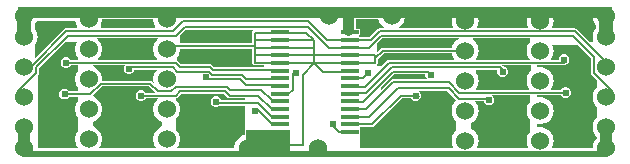
<source format=gbr>
G04 start of page 2 for group 0 idx 0 *
G04 Title: (unknown), component *
G04 Creator: pcb 20100929 *
G04 CreationDate: Fri Apr 25 13:48:38 2014 UTC *
G04 For: xpi *
G04 Format: Gerber/RS-274X *
G04 PCB-Dimensions: 200000 50000 *
G04 PCB-Coordinate-Origin: lower left *
%MOIN*%
%FSLAX25Y25*%
%LNFRONT*%
%ADD11C,0.0200*%
%ADD12C,0.0450*%
%ADD13C,0.0400*%
%ADD14C,0.0070*%
%ADD15C,0.0250*%
%ADD16C,0.0350*%
%ADD17C,0.0600*%
%ADD18C,0.0240*%
%ADD19R,0.0130X0.0130*%
%ADD20C,0.0380*%
%ADD21C,0.0150*%
G54D11*G36*
X153700Y42951D02*X154010Y43457D01*
X154280Y44109D01*
X154445Y44796D01*
X154500Y45500D01*
X154445Y46204D01*
X154280Y46891D01*
X154010Y47543D01*
X153730Y48000D01*
X171270D01*
X170990Y47543D01*
X170720Y46891D01*
X170555Y46204D01*
X170500Y45500D01*
X170555Y44796D01*
X170720Y44109D01*
X170990Y43457D01*
X171300Y42951D01*
X153700D01*
G37*
G36*
X192765Y38500D02*X191343D01*
X187178Y42665D01*
X187172Y42672D01*
X187059Y42769D01*
X186932Y42847D01*
X186794Y42904D01*
X186649Y42939D01*
X186500Y42951D01*
X178700D01*
X179010Y43457D01*
X179280Y44109D01*
X179445Y44796D01*
X179500Y45500D01*
X179445Y46204D01*
X179280Y46891D01*
X179235Y47000D01*
X192500D01*
X192555Y46296D01*
X192720Y45609D01*
X192990Y44957D01*
X193359Y44355D01*
X193500Y44190D01*
Y42810D01*
X193359Y42645D01*
X192990Y42043D01*
X192720Y41391D01*
X192555Y40704D01*
X192500Y40000D01*
X192555Y39296D01*
X192720Y38609D01*
X192765Y38500D01*
G37*
G36*
X178730Y3000D02*X179010Y3457D01*
X179280Y4109D01*
X179445Y4796D01*
X179500Y5500D01*
X179445Y6204D01*
X179280Y6891D01*
X179010Y7543D01*
X178641Y8145D01*
X178182Y8682D01*
X177645Y9141D01*
X177043Y9510D01*
X176391Y9780D01*
X175704Y9945D01*
X175000Y10000D01*
X174296Y9945D01*
X174000Y9874D01*
Y11126D01*
X174296Y11055D01*
X175000Y11000D01*
X175704Y11055D01*
X176391Y11220D01*
X177043Y11490D01*
X177645Y11859D01*
X178182Y12318D01*
X178641Y12855D01*
X179010Y13457D01*
X179280Y14109D01*
X179445Y14796D01*
X179500Y15500D01*
X179445Y16204D01*
X179280Y16891D01*
X179010Y17543D01*
X178641Y18145D01*
X178182Y18682D01*
X177645Y19141D01*
X177043Y19510D01*
X176391Y19780D01*
X175704Y19945D01*
X175000Y20000D01*
X174296Y19945D01*
X174000Y19874D01*
Y20550D01*
X181978D01*
X182044Y20442D01*
X182227Y20227D01*
X182442Y20044D01*
X182683Y19896D01*
X182944Y19788D01*
X183218Y19722D01*
X183500Y19700D01*
X183782Y19722D01*
X184056Y19788D01*
X184317Y19896D01*
X184558Y20044D01*
X184773Y20227D01*
X184956Y20442D01*
X185104Y20683D01*
X185212Y20944D01*
X185278Y21218D01*
X185300Y21500D01*
X185278Y21782D01*
X185212Y22056D01*
X185104Y22317D01*
X184956Y22558D01*
X184773Y22773D01*
X184558Y22956D01*
X184317Y23104D01*
X184056Y23212D01*
X183782Y23278D01*
X183500Y23300D01*
X183218Y23278D01*
X182944Y23212D01*
X182683Y23104D01*
X182442Y22956D01*
X182227Y22773D01*
X182044Y22558D01*
X181978Y22450D01*
X178295D01*
X178641Y22855D01*
X179010Y23457D01*
X179280Y24109D01*
X179445Y24796D01*
X179500Y25500D01*
X179445Y26204D01*
X179280Y26891D01*
X179010Y27543D01*
X178641Y28145D01*
X178182Y28682D01*
X177645Y29141D01*
X177043Y29510D01*
X176391Y29780D01*
X175704Y29945D01*
X175000Y30000D01*
X174296Y29945D01*
X174000Y29874D01*
Y30550D01*
X183000D01*
X183149Y30561D01*
X183294Y30596D01*
X183432Y30653D01*
X183559Y30731D01*
X183672Y30828D01*
X183683Y30840D01*
X183817Y30896D01*
X184058Y31044D01*
X184273Y31227D01*
X184456Y31442D01*
X184604Y31683D01*
X184712Y31944D01*
X184778Y32218D01*
X184800Y32500D01*
X184778Y32782D01*
X184712Y33056D01*
X184604Y33317D01*
X184456Y33558D01*
X184273Y33773D01*
X184058Y33956D01*
X183817Y34104D01*
X183556Y34212D01*
X183282Y34278D01*
X183000Y34300D01*
X182718Y34278D01*
X182444Y34212D01*
X182183Y34104D01*
X181942Y33956D01*
X181727Y33773D01*
X181544Y33558D01*
X181396Y33317D01*
X181288Y33056D01*
X181222Y32782D01*
X181200Y32500D01*
X181204Y32451D01*
X178296D01*
X178641Y32855D01*
X179010Y33457D01*
X179280Y34109D01*
X179445Y34796D01*
X179500Y35500D01*
X179445Y36204D01*
X179280Y36891D01*
X179028Y37500D01*
X187657D01*
X192050Y33107D01*
Y28000D01*
X192062Y27851D01*
X192096Y27706D01*
X192154Y27569D01*
X192231Y27442D01*
X192328Y27328D01*
X192335Y27322D01*
X194000Y25657D01*
Y23338D01*
X193818Y23182D01*
X193359Y22645D01*
X192990Y22043D01*
X192720Y21391D01*
X192555Y20704D01*
X192500Y20000D01*
X192555Y19296D01*
X192720Y18609D01*
X192990Y17957D01*
X193359Y17355D01*
X193818Y16818D01*
X194000Y16662D01*
Y13338D01*
X193818Y13182D01*
X193359Y12645D01*
X192990Y12043D01*
X192720Y11391D01*
X192555Y10704D01*
X192500Y10000D01*
X192555Y9296D01*
X192720Y8609D01*
X192990Y7957D01*
X193359Y7355D01*
X193818Y6818D01*
X194000Y6662D01*
Y6338D01*
X193818Y6182D01*
X193359Y5645D01*
X192990Y5043D01*
X192720Y4391D01*
X192555Y3704D01*
X192500Y3000D01*
X178730D01*
G37*
G36*
X171500Y32500D02*X153338D01*
X153641Y32855D01*
X154010Y33457D01*
X154280Y34109D01*
X154445Y34796D01*
X154500Y35500D01*
X154445Y36204D01*
X154280Y36891D01*
X154010Y37543D01*
X153641Y38145D01*
X153182Y38682D01*
X152645Y39141D01*
X152500Y39230D01*
Y39550D01*
X171500D01*
Y38310D01*
X171359Y38145D01*
X170990Y37543D01*
X170720Y36891D01*
X170555Y36204D01*
X170500Y35500D01*
X170555Y34796D01*
X170720Y34109D01*
X170990Y33457D01*
X171359Y32855D01*
X171500Y32690D01*
Y32500D01*
G37*
G36*
X171662Y22500D02*X153500D01*
Y22690D01*
X153641Y22855D01*
X154010Y23457D01*
X154280Y24109D01*
X154445Y24796D01*
X154500Y25500D01*
X154445Y26204D01*
X154280Y26891D01*
X154010Y27543D01*
X153641Y28145D01*
X153500Y28310D01*
Y29050D01*
X160787D01*
X160722Y28782D01*
X160700Y28500D01*
X160722Y28218D01*
X160788Y27944D01*
X160896Y27683D01*
X161044Y27442D01*
X161227Y27227D01*
X161442Y27044D01*
X161683Y26896D01*
X161944Y26788D01*
X162218Y26722D01*
X162500Y26700D01*
X162782Y26722D01*
X163056Y26788D01*
X163317Y26896D01*
X163558Y27044D01*
X163773Y27227D01*
X163956Y27442D01*
X164104Y27683D01*
X164212Y27944D01*
X164278Y28218D01*
X164300Y28500D01*
X164278Y28782D01*
X164212Y29056D01*
X164104Y29317D01*
X163956Y29558D01*
X163773Y29773D01*
X163558Y29956D01*
X163317Y30104D01*
X163056Y30212D01*
X162782Y30278D01*
X162547Y30296D01*
X162293Y30550D01*
X172000D01*
Y28838D01*
X171818Y28682D01*
X171359Y28145D01*
X170990Y27543D01*
X170720Y26891D01*
X170555Y26204D01*
X170500Y25500D01*
X170555Y24796D01*
X170720Y24109D01*
X170990Y23457D01*
X171359Y22855D01*
X171662Y22500D01*
G37*
G36*
X153730Y3000D02*X154010Y3457D01*
X154280Y4109D01*
X154445Y4796D01*
X154500Y5500D01*
X154445Y6204D01*
X154280Y6891D01*
X154010Y7543D01*
X153641Y8145D01*
X153182Y8682D01*
X152645Y9141D01*
X152043Y9510D01*
X152000Y9528D01*
Y11472D01*
X152043Y11490D01*
X152645Y11859D01*
X153182Y12318D01*
X153641Y12855D01*
X154010Y13457D01*
X154280Y14109D01*
X154445Y14796D01*
X154500Y15500D01*
X154445Y16204D01*
X154280Y16891D01*
X154010Y17543D01*
X153641Y18145D01*
X153295Y18550D01*
X156262D01*
X156288Y18444D01*
X156396Y18183D01*
X156544Y17942D01*
X156727Y17727D01*
X156942Y17544D01*
X157183Y17396D01*
X157444Y17288D01*
X157718Y17222D01*
X158000Y17200D01*
X158282Y17222D01*
X158556Y17288D01*
X158817Y17396D01*
X159058Y17544D01*
X159273Y17727D01*
X159456Y17942D01*
X159604Y18183D01*
X159712Y18444D01*
X159778Y18718D01*
X159800Y19000D01*
X159778Y19282D01*
X159712Y19556D01*
X159604Y19817D01*
X159456Y20058D01*
X159273Y20273D01*
X159058Y20456D01*
X158905Y20550D01*
X171500D01*
Y18310D01*
X171359Y18145D01*
X170990Y17543D01*
X170720Y16891D01*
X170555Y16204D01*
X170500Y15500D01*
X170555Y14796D01*
X170720Y14109D01*
X170990Y13457D01*
X171359Y12855D01*
X171500Y12690D01*
Y8310D01*
X171359Y8145D01*
X170990Y7543D01*
X170720Y6891D01*
X170555Y6204D01*
X170500Y5500D01*
X170555Y4796D01*
X170720Y4109D01*
X170990Y3457D01*
X171270Y3000D01*
X153730D01*
G37*
G36*
X113750Y46000D02*X121126D01*
X121220Y45609D01*
X121490Y44957D01*
X121859Y44355D01*
X122318Y43818D01*
X122855Y43359D01*
X123457Y42990D01*
X123551Y42951D01*
X121500D01*
X121426Y42945D01*
X121351Y42939D01*
X121206Y42904D01*
X121069Y42847D01*
X120941Y42769D01*
X120828Y42672D01*
X118106Y39950D01*
X115013D01*
Y39951D01*
X114972Y40018D01*
X114921Y40078D01*
X114861Y40129D01*
X114794Y40170D01*
X114722Y40200D01*
X114645Y40218D01*
X114567Y40224D01*
X113500Y40223D01*
Y40488D01*
X114645Y40489D01*
X114722Y40507D01*
X114794Y40537D01*
X114861Y40578D01*
X114921Y40629D01*
X114972Y40689D01*
X115013Y40756D01*
X115043Y40828D01*
X115061Y40905D01*
X115067Y40983D01*
X115061Y42361D01*
X115043Y42438D01*
X115013Y42510D01*
X114972Y42577D01*
X114921Y42637D01*
X114861Y42688D01*
X114794Y42729D01*
X114722Y42759D01*
X114645Y42777D01*
X114567Y42783D01*
X113750Y42782D01*
Y46000D01*
G37*
G36*
X146270Y43000D02*X127559D01*
X128145Y43359D01*
X128682Y43818D01*
X129141Y44355D01*
X129510Y44957D01*
X129780Y45609D01*
X129945Y46296D01*
X130000Y47000D01*
X129945Y47704D01*
X129874Y48000D01*
X146270D01*
X145990Y47543D01*
X145720Y46891D01*
X145555Y46204D01*
X145500Y45500D01*
X145555Y44796D01*
X145720Y44109D01*
X145990Y43457D01*
X146270Y43000D01*
G37*
G36*
X1000Y46500D02*Y50000D01*
X199000D01*
Y46500D01*
X1000D01*
G37*
G36*
X115000Y3000D02*Y7469D01*
X115013Y7490D01*
X115043Y7562D01*
X115061Y7639D01*
X115067Y7717D01*
X115061Y9095D01*
X115043Y9172D01*
X115013Y9244D01*
X115000Y9265D01*
Y10028D01*
X115013Y10049D01*
Y10050D01*
X119000D01*
X119149Y10062D01*
X119294Y10096D01*
X119431Y10154D01*
X119558Y10231D01*
X119672Y10328D01*
X119683Y10341D01*
X128892Y19550D01*
X131978D01*
X132044Y19442D01*
X132227Y19227D01*
X132442Y19044D01*
X132683Y18896D01*
X132944Y18788D01*
X133218Y18722D01*
X133500Y18700D01*
X133782Y18722D01*
X134056Y18788D01*
X134317Y18896D01*
X134558Y19044D01*
X134773Y19227D01*
X134956Y19442D01*
X135104Y19683D01*
X135160Y19817D01*
X135172Y19828D01*
X135269Y19942D01*
X135346Y20069D01*
X135404Y20206D01*
X135438Y20351D01*
X135450Y20500D01*
X135438Y20649D01*
X135404Y20794D01*
X135346Y20931D01*
X135269Y21058D01*
X135172Y21172D01*
X135160Y21183D01*
X135104Y21317D01*
X134956Y21558D01*
X134773Y21773D01*
X134558Y21956D01*
X134405Y22050D01*
X144107D01*
X147000Y19157D01*
Y18838D01*
X146818Y18682D01*
X146359Y18145D01*
X145990Y17543D01*
X145720Y16891D01*
X145555Y16204D01*
X145500Y15500D01*
X145555Y14796D01*
X145720Y14109D01*
X145990Y13457D01*
X146359Y12855D01*
X146818Y12318D01*
X147000Y12162D01*
Y8838D01*
X146818Y8682D01*
X146359Y8145D01*
X145990Y7543D01*
X145720Y6891D01*
X145555Y6204D01*
X145500Y5500D01*
X145555Y4796D01*
X145720Y4109D01*
X145990Y3457D01*
X146270Y3000D01*
X115000D01*
G37*
G36*
X122156Y30500D02*X120500D01*
Y30696D01*
X120558Y30731D01*
X120672Y30828D01*
X120769Y30942D01*
X120846Y31069D01*
X120904Y31206D01*
X120938Y31351D01*
X120950Y31500D01*
Y32608D01*
X122892Y34550D01*
X145614D01*
X145720Y34109D01*
X145990Y33457D01*
X146359Y32855D01*
X146704Y32451D01*
X124500D01*
X124425Y32444D01*
X124351Y32439D01*
X124206Y32404D01*
X124069Y32347D01*
X123941Y32269D01*
X123828Y32172D01*
X122156Y30500D01*
G37*
G36*
X148054Y39550D02*X147957Y39510D01*
X147355Y39141D01*
X146818Y38682D01*
X146359Y38145D01*
X145990Y37543D01*
X145720Y36891D01*
X145614Y36450D01*
X122500D01*
X122351Y36439D01*
X122206Y36404D01*
X122069Y36347D01*
X121941Y36269D01*
X121828Y36172D01*
X120500Y34844D01*
Y37658D01*
X122392Y39550D01*
X148054D01*
G37*
G36*
X122156Y22500D02*X122000D01*
Y23158D01*
X126392Y27550D01*
X136704D01*
X136700Y27500D01*
X136722Y27218D01*
X136788Y26944D01*
X136896Y26683D01*
X137044Y26442D01*
X137227Y26227D01*
X137442Y26044D01*
X137593Y25951D01*
X126000D01*
X125926Y25945D01*
X125851Y25939D01*
X125706Y25904D01*
X125569Y25847D01*
X125441Y25769D01*
X125328Y25672D01*
X122156Y22500D01*
G37*
G36*
X69607Y21050D02*X70822Y19835D01*
X70828Y19828D01*
X70942Y19731D01*
X71069Y19654D01*
X71206Y19596D01*
X71351Y19562D01*
X71500Y19550D01*
X76500D01*
Y18950D01*
X68738D01*
X68712Y19056D01*
X68604Y19317D01*
X68456Y19558D01*
X68273Y19773D01*
X68058Y19956D01*
X67817Y20104D01*
X67556Y20212D01*
X67282Y20278D01*
X67000Y20300D01*
X66718Y20278D01*
X66444Y20212D01*
X66183Y20104D01*
X65942Y19956D01*
X65727Y19773D01*
X65544Y19558D01*
X65396Y19317D01*
X65288Y19056D01*
X65222Y18782D01*
X65200Y18500D01*
X65222Y18218D01*
X65288Y17944D01*
X65396Y17683D01*
X65544Y17442D01*
X65727Y17227D01*
X65942Y17044D01*
X66183Y16896D01*
X66444Y16788D01*
X66718Y16722D01*
X67000Y16700D01*
X67282Y16722D01*
X67556Y16788D01*
X67817Y16896D01*
X68058Y17044D01*
X68065Y17050D01*
X76500D01*
Y7374D01*
X76109Y7280D01*
X75457Y7010D01*
X74855Y6641D01*
X74318Y6182D01*
X73859Y5645D01*
X73490Y5043D01*
X73220Y4391D01*
X73055Y3704D01*
X73000Y3000D01*
X53838D01*
X54141Y3355D01*
X54510Y3957D01*
X54780Y4609D01*
X54945Y5296D01*
X55000Y6000D01*
X54945Y6704D01*
X54780Y7391D01*
X54510Y8043D01*
X54141Y8645D01*
X53682Y9182D01*
X53500Y9338D01*
Y12662D01*
X53682Y12818D01*
X54141Y13355D01*
X54510Y13957D01*
X54780Y14609D01*
X54945Y15296D01*
X55000Y16000D01*
X54945Y16704D01*
X54780Y17391D01*
X54510Y18043D01*
X54141Y18645D01*
X53682Y19182D01*
X53500Y19338D01*
Y19550D01*
X53649Y19562D01*
X53794Y19596D01*
X53931Y19654D01*
X54058Y19731D01*
X54172Y19828D01*
X54183Y19841D01*
X55392Y21050D01*
X69607D01*
G37*
G36*
X44607Y23550D02*X46707Y21450D01*
X43522D01*
X43456Y21558D01*
X43273Y21773D01*
X43058Y21956D01*
X42817Y22104D01*
X42556Y22212D01*
X42282Y22278D01*
X42000Y22300D01*
X41718Y22278D01*
X41444Y22212D01*
X41183Y22104D01*
X40942Y21956D01*
X40727Y21773D01*
X40544Y21558D01*
X40396Y21317D01*
X40288Y21056D01*
X40222Y20782D01*
X40200Y20500D01*
X40222Y20218D01*
X40288Y19944D01*
X40396Y19683D01*
X40544Y19442D01*
X40727Y19227D01*
X40942Y19044D01*
X41183Y18896D01*
X41444Y18788D01*
X41718Y18722D01*
X42000Y18700D01*
X42282Y18722D01*
X42556Y18788D01*
X42817Y18896D01*
X43058Y19044D01*
X43273Y19227D01*
X43456Y19442D01*
X43522Y19550D01*
X47749D01*
X47318Y19182D01*
X46859Y18645D01*
X46490Y18043D01*
X46220Y17391D01*
X46055Y16704D01*
X46000Y16000D01*
X46055Y15296D01*
X46220Y14609D01*
X46490Y13957D01*
X46859Y13355D01*
X47318Y12818D01*
X47855Y12359D01*
X48457Y11990D01*
X49000Y11765D01*
Y10235D01*
X48457Y10010D01*
X47855Y9641D01*
X47318Y9182D01*
X46859Y8645D01*
X46490Y8043D01*
X46220Y7391D01*
X46055Y6704D01*
X46000Y6000D01*
X46055Y5296D01*
X46220Y4609D01*
X46490Y3957D01*
X46859Y3355D01*
X47162Y3000D01*
X27838D01*
X28141Y3355D01*
X28510Y3957D01*
X28780Y4609D01*
X28945Y5296D01*
X29000Y6000D01*
X28945Y6704D01*
X28780Y7391D01*
X28510Y8043D01*
X28141Y8645D01*
X27682Y9182D01*
X27145Y9641D01*
X26543Y10010D01*
X26000Y10235D01*
Y11765D01*
X26543Y11990D01*
X27145Y12359D01*
X27682Y12818D01*
X28141Y13355D01*
X28510Y13957D01*
X28780Y14609D01*
X28945Y15296D01*
X29000Y16000D01*
X28945Y16704D01*
X28780Y17391D01*
X28510Y18043D01*
X28141Y18645D01*
X27682Y19182D01*
X27145Y19641D01*
X26543Y20010D01*
X26000Y20235D01*
Y20658D01*
X28892Y23550D01*
X44607D01*
G37*
G36*
X36539Y30550D02*X36396Y30317D01*
X36288Y30056D01*
X36222Y29782D01*
X36200Y29500D01*
X36222Y29218D01*
X36288Y28944D01*
X36396Y28683D01*
X36544Y28442D01*
X36727Y28227D01*
X36942Y28044D01*
X37183Y27896D01*
X37444Y27788D01*
X37718Y27722D01*
X38000Y27700D01*
X38282Y27722D01*
X38556Y27788D01*
X38817Y27896D01*
X39058Y28044D01*
X39273Y28227D01*
X39456Y28442D01*
X39604Y28683D01*
X39712Y28944D01*
X39738Y29050D01*
X47205D01*
X46859Y28645D01*
X46490Y28043D01*
X46220Y27391D01*
X46055Y26704D01*
X46000Y26000D01*
X46055Y25296D01*
X46216Y24627D01*
X45678Y25165D01*
X45672Y25172D01*
X45559Y25269D01*
X45432Y25347D01*
X45294Y25404D01*
X45149Y25439D01*
X45000Y25451D01*
X28957D01*
X29000Y26000D01*
X28945Y26704D01*
X28780Y27391D01*
X28510Y28043D01*
X28141Y28645D01*
X27682Y29182D01*
X27145Y29641D01*
X26543Y30010D01*
X26000Y30235D01*
Y30550D01*
X36539D01*
G37*
G36*
X21000Y3000D02*X7500D01*
Y27158D01*
X7659Y27317D01*
X7672Y27328D01*
X7738Y27406D01*
X7769Y27441D01*
X7847Y27569D01*
X7904Y27706D01*
X7939Y27851D01*
X7950Y28000D01*
Y29608D01*
X16842Y38500D01*
X20770D01*
X20490Y38043D01*
X20220Y37391D01*
X20055Y36704D01*
X20000Y36000D01*
X20055Y35296D01*
X20220Y34609D01*
X20490Y33957D01*
X20859Y33355D01*
X21000Y33190D01*
Y32451D01*
X18522D01*
X18456Y32558D01*
X18273Y32773D01*
X18058Y32956D01*
X17817Y33104D01*
X17556Y33212D01*
X17282Y33278D01*
X17000Y33300D01*
X16718Y33278D01*
X16444Y33212D01*
X16183Y33104D01*
X15942Y32956D01*
X15727Y32773D01*
X15544Y32558D01*
X15396Y32317D01*
X15288Y32056D01*
X15222Y31782D01*
X15200Y31500D01*
X15222Y31218D01*
X15288Y30944D01*
X15396Y30683D01*
X15544Y30442D01*
X15727Y30227D01*
X15942Y30044D01*
X16183Y29896D01*
X16444Y29788D01*
X16718Y29722D01*
X17000Y29700D01*
X17282Y29722D01*
X17556Y29788D01*
X17817Y29896D01*
X18058Y30044D01*
X18273Y30227D01*
X18456Y30442D01*
X18522Y30550D01*
X21000D01*
Y28810D01*
X20859Y28645D01*
X20490Y28043D01*
X20220Y27391D01*
X20055Y26704D01*
X20000Y26000D01*
X20055Y25296D01*
X20220Y24609D01*
X20490Y23957D01*
X20859Y23355D01*
X21000Y23190D01*
Y21950D01*
X18022D01*
X17956Y22058D01*
X17773Y22273D01*
X17558Y22456D01*
X17317Y22604D01*
X17056Y22712D01*
X16782Y22778D01*
X16500Y22800D01*
X16218Y22778D01*
X15944Y22712D01*
X15683Y22604D01*
X15442Y22456D01*
X15227Y22273D01*
X15044Y22058D01*
X14896Y21817D01*
X14788Y21556D01*
X14722Y21282D01*
X14700Y21000D01*
X14722Y20718D01*
X14788Y20444D01*
X14896Y20183D01*
X15044Y19942D01*
X15227Y19727D01*
X15442Y19544D01*
X15683Y19396D01*
X15944Y19288D01*
X16218Y19222D01*
X16500Y19200D01*
X16782Y19222D01*
X17056Y19288D01*
X17317Y19396D01*
X17558Y19544D01*
X17773Y19727D01*
X17956Y19942D01*
X18022Y20050D01*
X21000D01*
Y18810D01*
X20859Y18645D01*
X20490Y18043D01*
X20220Y17391D01*
X20055Y16704D01*
X20000Y16000D01*
X20055Y15296D01*
X20220Y14609D01*
X20490Y13957D01*
X20859Y13355D01*
X21000Y13190D01*
Y8810D01*
X20859Y8645D01*
X20490Y8043D01*
X20220Y7391D01*
X20055Y6704D01*
X20000Y6000D01*
X20055Y5296D01*
X20220Y4609D01*
X20490Y3957D01*
X20859Y3355D01*
X21000Y3190D01*
Y3000D01*
G37*
G36*
X77000Y9000D02*X91500D01*
Y0D01*
X77000D01*
Y9000D01*
G37*
G36*
X56842Y42500D02*X80000D01*
Y42450D01*
X79851Y42438D01*
X79706Y42404D01*
X79569Y42346D01*
X79442Y42269D01*
X79328Y42172D01*
X79231Y42058D01*
X79154Y41931D01*
X79096Y41794D01*
X79062Y41649D01*
X79050Y41500D01*
Y37951D01*
X55000D01*
Y40658D01*
X56842Y42500D01*
G37*
G36*
X47749Y39550D02*X47318Y39182D01*
X46859Y38645D01*
X46490Y38043D01*
X46220Y37391D01*
X46055Y36704D01*
X46000Y36000D01*
X46055Y35296D01*
X46220Y34609D01*
X46490Y33957D01*
X46859Y33355D01*
X47318Y32818D01*
X47747Y32451D01*
X27253D01*
X27682Y32818D01*
X28141Y33355D01*
X28510Y33957D01*
X28780Y34609D01*
X28945Y35296D01*
X29000Y36000D01*
X28945Y36704D01*
X28780Y37391D01*
X28510Y38043D01*
X28141Y38645D01*
X27682Y39182D01*
X27251Y39550D01*
X47749D01*
G37*
G36*
X29000Y46000D02*X46000D01*
X46055Y45296D01*
X46220Y44609D01*
X46490Y43957D01*
X46500Y43941D01*
Y42951D01*
X28500D01*
Y43941D01*
X28510Y43957D01*
X28780Y44609D01*
X28945Y45296D01*
X29000Y46000D01*
G37*
G36*
X7235Y45500D02*X20039D01*
X20055Y45296D01*
X20220Y44609D01*
X20490Y43957D01*
X20500Y43941D01*
Y42951D01*
X17000D01*
X16926Y42945D01*
X16851Y42939D01*
X16706Y42904D01*
X16569Y42847D01*
X16441Y42769D01*
X16328Y42672D01*
X6656Y33000D01*
X6500D01*
Y37190D01*
X6641Y37355D01*
X7010Y37957D01*
X7280Y38609D01*
X7445Y39296D01*
X7500Y40000D01*
X7445Y40704D01*
X7280Y41391D01*
X7010Y42043D01*
X6641Y42645D01*
X6500Y42810D01*
Y44190D01*
X6641Y44355D01*
X7010Y44957D01*
X7235Y45500D01*
G37*
G36*
X79050Y36050D02*Y31500D01*
X79062Y31351D01*
X79096Y31206D01*
X79154Y31069D01*
X79231Y30942D01*
X79328Y30828D01*
X79442Y30731D01*
X79569Y30654D01*
X79706Y30596D01*
X79851Y30562D01*
X80000Y30550D01*
X83000D01*
Y29951D01*
X66392D01*
X65678Y30665D01*
X65672Y30672D01*
X65558Y30769D01*
X65509Y30799D01*
X65432Y30846D01*
X65391Y30863D01*
X65294Y30904D01*
X65149Y30938D01*
X65001Y30950D01*
X55393D01*
X54178Y32165D01*
X54172Y32172D01*
X54059Y32269D01*
X54000Y32305D01*
Y33190D01*
X54141Y33355D01*
X54510Y33957D01*
X54780Y34609D01*
X54945Y35296D01*
X55000Y36000D01*
X54996Y36050D01*
X79050D01*
G37*
G54D12*X3000Y40000D02*Y46500D01*
G54D13*Y10000D02*Y2000D01*
G54D14*X17500Y40500D02*X7000Y30000D01*
Y28000D01*
X5500Y30000D02*Y30500D01*
X17000Y42000D01*
X7000Y28000D02*X1000Y22000D01*
X17000Y42000D02*X52500D01*
X17500Y40500D02*X53500D01*
X54000Y28500D02*X52500Y30000D01*
X38000D01*
X53500Y31500D02*X17000D01*
X47500Y22000D02*X45000Y24500D01*
X53500Y23500D02*X52000Y22000D01*
X47500D01*
X43000Y20500D02*X53500D01*
X28500Y24500D02*X25000Y21000D01*
X16500D01*
X45000Y24500D02*X28500D01*
G54D12*X197000Y47000D02*Y40000D01*
G54D15*X197500Y39500D01*
G54D13*X197000Y2000D02*Y10500D01*
G54D14*X193000Y28000D02*X199000Y22000D01*
X196500Y32000D02*X186500Y42000D01*
X186000Y40500D02*X193000Y33500D01*
Y28000D01*
G54D16*X111000Y42500D02*Y47500D01*
G54D14*X122000Y40500D02*X118000Y36500D01*
X113500Y39000D02*X118500D01*
X121500Y42000D01*
X53500Y40500D02*X56500Y43500D01*
X186500Y42000D02*X121500D01*
X186000Y40500D02*X122000D01*
X85500Y41500D02*X80000D01*
X118000Y36500D02*X114000D01*
Y34000D02*X120000D01*
X114000Y31500D02*X120000D01*
Y34000D01*
X147500Y35500D02*X122500D01*
X120000Y33000D01*
X80000Y31500D02*Y41500D01*
X125500Y30000D02*X161500D01*
X162500Y29000D01*
X183000Y31500D02*X124500D01*
X137500Y28500D02*X138000Y28000D01*
X126000Y28500D02*X137500D01*
X148000Y21500D02*X184000D01*
X144500Y25000D02*X148000Y21500D01*
X126000Y25000D02*X144500D01*
X127500Y23000D02*X144500D01*
X124500Y31500D02*X116500Y23500D01*
X117000Y21500D02*X125500Y30000D01*
X116500Y23500D02*X113000D01*
X97500Y45500D02*X56000D01*
X97500Y43500D02*X56500D01*
X52500Y42000D02*X56000Y45500D01*
X75000Y26000D02*X63000D01*
X85500D02*X77000D01*
X75500Y27500D02*X65500D01*
X64500Y28500D01*
X54000D01*
X85500Y24000D02*X77000D01*
X75000Y26000D01*
X77000D02*X75500Y27500D01*
X80000Y37000D02*X52500D01*
X85500Y29000D02*X66000D01*
X65000Y30000D01*
X55000D01*
X53500Y31500D01*
G54D11*X3000Y1000D02*X197000D01*
G54D14*X96000Y4000D02*Y27500D01*
X85500Y13500D02*X81000Y18000D01*
X67000D01*
X109000Y8500D02*X108000D01*
X96000Y4000D02*X91000D01*
X109000Y31500D02*X91000D01*
X109000Y34000D02*X91000D01*
X99500Y39000D02*Y31500D01*
X109000Y36500D02*X104500D01*
X109000Y39000D02*X104000D01*
X109000Y28500D02*X102500D01*
X99500Y31500D01*
X91000Y36500D02*X99500D01*
X91000Y39000D02*X99500D01*
X91000Y41500D02*X97000D01*
X99500Y39000D01*
X104500Y36500D02*X97500Y43500D01*
X104000Y39000D02*X97500Y45500D01*
X86000Y34000D02*X80000D01*
X87000Y31500D02*X80000D01*
X86500Y39000D02*X80000D01*
X86500Y36500D02*X80000D01*
X96000Y27500D02*X99500Y31500D01*
X85500Y11000D02*X80500Y16000D01*
X81000Y20500D02*X85500Y16000D01*
Y19000D02*X82000Y22500D01*
X71500Y20500D02*X81000D01*
X82000Y22500D02*X71500D01*
X70500Y23500D01*
X70000Y22000D02*X71500Y20500D01*
X70500Y23500D02*X53500D01*
Y20500D02*X55000Y22000D01*
X70000D01*
X92500Y22500D02*Y28000D01*
X91000Y21000D02*X92500Y22500D01*
X114500Y26500D02*X116000D01*
X117500Y28000D01*
X114500Y21500D02*X117000D01*
X114500Y18500D02*X116000D01*
X126000Y28500D01*
X114500Y16000D02*X117000D01*
X108000Y8500D02*X106000Y10500D01*
X114500Y11000D02*X119000D01*
X117000Y16000D02*X126000Y25000D01*
X114500Y13500D02*X118000D01*
X127500Y23000D01*
X119000Y11000D02*X128500Y20500D01*
X134500D01*
X144500Y23000D02*X148000Y19500D01*
X158500D01*
G54D17*X197000Y30000D03*
X175000Y45500D03*
X197000Y40000D03*
Y20000D03*
Y10000D03*
X175000Y25500D03*
Y35500D03*
G54D18*X183000Y32500D03*
X183500Y21500D03*
G54D17*X197000Y47000D03*
Y3000D03*
X3000Y40000D03*
Y47000D03*
Y20000D03*
Y10000D03*
Y30000D03*
Y3000D03*
X50500Y26000D03*
Y36000D03*
Y46000D03*
X24500D03*
G54D18*X38000Y29500D03*
X42000Y20500D03*
G54D17*X24500Y6000D03*
Y16000D03*
Y26000D03*
Y36000D03*
G54D18*X17000Y31500D03*
X16500Y21000D03*
G54D17*X50500Y6000D03*
X150000Y5500D03*
X175000D03*
X77500Y3000D03*
X101000D03*
X50500Y16000D03*
G54D18*X63520Y26660D03*
X80000Y15500D03*
X67000Y18500D03*
X93500Y28000D03*
X138500Y27500D03*
X117500Y28000D03*
X106000Y11000D03*
X158000Y19000D03*
X133500Y20500D03*
G54D17*X150000Y25500D03*
Y35500D03*
Y45500D03*
Y15500D03*
X175000D03*
G54D18*X162500Y28500D03*
G54D17*X125500Y47000D03*
X104500D03*
G54D19*X86083Y21162D02*X90689D01*
X86083Y16044D02*X90689D01*
X86083Y13485D02*X90689D01*
X86083Y10926D02*X90689D01*
X86083Y8367D02*X90689D01*
X86083Y18603D02*X90689D01*
X86083Y33956D02*X90689D01*
X86083Y31397D02*X90689D01*
X86083Y28838D02*X90689D01*
X86083Y26279D02*X90689D01*
X86083Y41633D02*X90689D01*
X86083Y39074D02*X90689D01*
X86083Y36515D02*X90689D01*
X86083Y23721D02*X90689D01*
X109311Y8367D02*X113917D01*
X109311Y10926D02*X113917D01*
X109311Y16044D02*X113917D01*
X109311Y13485D02*X113917D01*
X109311Y26279D02*X113917D01*
X109311Y28838D02*X113917D01*
X109311Y31397D02*X113917D01*
X109311Y33956D02*X113917D01*
X109311Y36515D02*X113917D01*
X109311Y39074D02*X113917D01*
X109311Y41633D02*X113917D01*
X109311Y18603D02*X113917D01*
X109311Y21162D02*X113917D01*
X109311Y23721D02*X113917D01*
G54D20*G54D21*G54D20*G54D21*G54D20*G54D21*G54D20*G54D21*G54D20*G54D21*G54D20*M02*

</source>
